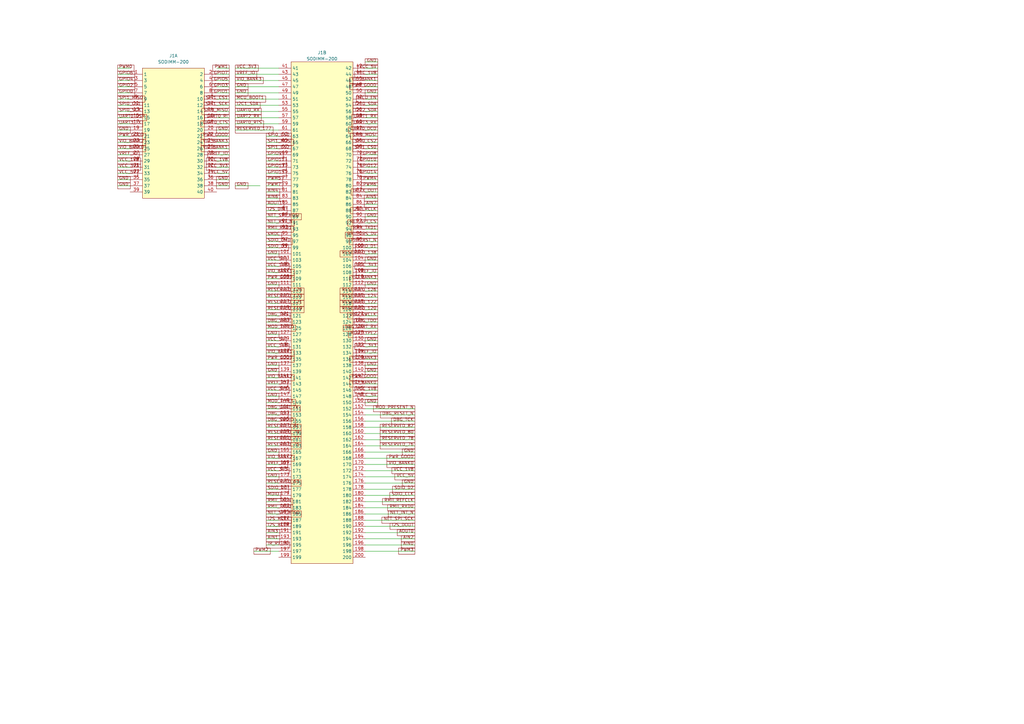
<source format=kicad_sch>
(kicad_sch (version 20250114) (generator "eeschema") (generator_version "9.0")
  (paper "A3")
  (title_block (title "UCE Bus (SO-DIMM 200)") (rev "0.4"))
  (lib_symbols
    (symbol "Connector:SODIMM-200"
      (property "Reference" "J" (at 0 1.27 0))
      (property "Value" "SODIMM-200" (at 0 -1.27 0))
      (symbol "SODIMM-200_1_1"
        (rectangle (start -12.7 25.4) (end 12.7 -27.94) (fill (type background)))
        (pin passive line (at -17.78 22.86 0) (length 5.08) (name "1") (number "1"))
        (pin passive line (at -17.78 20.32 0) (length 5.08) (name "3") (number "3"))
        (pin passive line (at -17.78 17.78 0) (length 5.08) (name "5") (number "5"))
        (pin passive line (at -17.78 15.24 0) (length 5.08) (name "7") (number "7"))
        (pin passive line (at -17.78 12.7 0) (length 5.08) (name "9") (number "9"))
        (pin passive line (at -17.78 10.16 0) (length 5.08) (name "11") (number "11"))
        (pin passive line (at -17.78 7.62 0) (length 5.08) (name "13") (number "13"))
        (pin passive line (at -17.78 5.08 0) (length 5.08) (name "15") (number "15"))
        (pin passive line (at -17.78 2.54 0) (length 5.08) (name "17") (number "17"))
        (pin passive line (at -17.78 0 0) (length 5.08) (name "19") (number "19"))
        (pin passive line (at -17.78 -2.54 0) (length 5.08) (name "21") (number "21"))
        (pin passive line (at -17.78 -5.08 0) (length 5.08) (name "23") (number "23"))
        (pin passive line (at -17.78 -7.62 0) (length 5.08) (name "25") (number "25"))
        (pin passive line (at -17.78 -10.16 0) (length 5.08) (name "27") (number "27"))
        (pin passive line (at -17.78 -12.7 0) (length 5.08) (name "29") (number "29"))
        (pin passive line (at -17.78 -15.24 0) (length 5.08) (name "31") (number "31"))
        (pin passive line (at -17.78 -17.78 0) (length 5.08) (name "33") (number "33"))
        (pin passive line (at -17.78 -20.32 0) (length 5.08) (name "35") (number "35"))
        (pin passive line (at -17.78 -22.86 0) (length 5.08) (name "37") (number "37"))
        (pin passive line (at -17.78 -25.4 0) (length 5.08) (name "39") (number "39"))
        (pin passive line (at 17.78 22.86 180) (length 5.08) (name "2") (number "2"))
        (pin passive line (at 17.78 20.32 180) (length 5.08) (name "4") (number "4"))
        (pin passive line (at 17.78 17.78 180) (length 5.08) (name "6") (number "6"))
        (pin passive line (at 17.78 15.24 180) (length 5.08) (name "8") (number "8"))
        (pin passive line (at 17.78 12.7 180) (length 5.08) (name "10") (number "10"))
        (pin passive line (at 17.78 10.16 180) (length 5.08) (name "12") (number "12"))
        (pin passive line (at 17.78 7.62 180) (length 5.08) (name "14") (number "14"))
        (pin passive line (at 17.78 5.08 180) (length 5.08) (name "16") (number "16"))
        (pin passive line (at 17.78 2.54 180) (length 5.08) (name "18") (number "18"))
        (pin passive line (at 17.78 0 180) (length 5.08) (name "20") (number "20"))
        (pin passive line (at 17.78 -2.54 180) (length 5.08) (name "22") (number "22"))
        (pin passive line (at 17.78 -5.08 180) (length 5.08) (name "24") (number "24"))
        (pin passive line (at 17.78 -7.62 180) (length 5.08) (name "26") (number "26"))
        (pin passive line (at 17.78 -10.16 180) (length 5.08) (name "28") (number "28"))
        (pin passive line (at 17.78 -12.7 180) (length 5.08) (name "30") (number "30"))
        (pin passive line (at 17.78 -15.24 180) (length 5.08) (name "32") (number "32"))
        (pin passive line (at 17.78 -17.78 180) (length 5.08) (name "34") (number "34"))
        (pin passive line (at 17.78 -20.32 180) (length 5.08) (name "36") (number "36"))
        (pin passive line (at 17.78 -22.86 180) (length 5.08) (name "38") (number "38"))
        (pin passive line (at 17.78 -25.4 180) (length 5.08) (name "40") (number "40"))
      )
      (symbol "SODIMM-200_2_1"
        (rectangle (start -12.7 -104.14) (end 12.7 101.6) (fill (type background)))
        (pin passive line (at -17.78 99.06 0) (length 5.08) (name "41") (number "41"))
        (pin passive line (at -17.78 96.52 0) (length 5.08) (name "43") (number "43"))
        (pin passive line (at -17.78 93.98 0) (length 5.08) (name "45") (number "45"))
        (pin passive line (at -17.78 91.44 0) (length 5.08) (name "47") (number "47"))
        (pin passive line (at -17.78 88.9 0) (length 5.08) (name "49") (number "49"))
        (pin passive line (at -17.78 86.36 0) (length 5.08) (name "51") (number "51"))
        (pin passive line (at -17.78 83.82 0) (length 5.08) (name "53") (number "53"))
        (pin passive line (at -17.78 81.28 0) (length 5.08) (name "55") (number "55"))
        (pin passive line (at -17.78 78.74 0) (length 5.08) (name "57") (number "57"))
        (pin passive line (at -17.78 76.2 0) (length 5.08) (name "59") (number "59"))
        (pin passive line (at -17.78 73.66 0) (length 5.08) (name "61") (number "61"))
        (pin passive line (at -17.78 71.12 0) (length 5.08) (name "63") (number "63"))
        (pin passive line (at -17.78 68.58 0) (length 5.08) (name "65") (number "65"))
        (pin passive line (at -17.78 66.04 0) (length 5.08) (name "67") (number "67"))
        (pin passive line (at -17.78 63.5 0) (length 5.08) (name "69") (number "69"))
        (pin passive line (at -17.78 60.96 0) (length 5.08) (name "71") (number "71"))
        (pin passive line (at -17.78 58.42 0) (length 5.08) (name "73") (number "73"))
        (pin passive line (at -17.78 55.88 0) (length 5.08) (name "75") (number "75"))
        (pin passive line (at -17.78 53.34 0) (length 5.08) (name "77") (number "77"))
        (pin passive line (at -17.78 50.8 0) (length 5.08) (name "79") (number "79"))
        (pin passive line (at -17.78 48.26 0) (length 5.08) (name "81") (number "81"))
        (pin passive line (at -17.78 45.72 0) (length 5.08) (name "83") (number "83"))
        (pin passive line (at -17.78 43.18 0) (length 5.08) (name "85") (number "85"))
        (pin passive line (at -17.78 40.64 0) (length 5.08) (name "87") (number "87"))
        (pin passive line (at -17.78 38.1 0) (length 5.08) (name "89") (number "89"))
        (pin passive line (at -17.78 35.56 0) (length 5.08) (name "91") (number "91"))
        (pin passive line (at -17.78 33.02 0) (length 5.08) (name "93") (number "93"))
        (pin passive line (at -17.78 30.48 0) (length 5.08) (name "95") (number "95"))
        (pin passive line (at -17.78 27.94 0) (length 5.08) (name "97") (number "97"))
        (pin passive line (at -17.78 25.4 0) (length 5.08) (name "99") (number "99"))
        (pin passive line (at -17.78 22.86 0) (length 5.08) (name "101") (number "101"))
        (pin passive line (at -17.78 20.32 0) (length 5.08) (name "103") (number "103"))
        (pin passive line (at -17.78 17.78 0) (length 5.08) (name "105") (number "105"))
        (pin passive line (at -17.78 15.24 0) (length 5.08) (name "107") (number "107"))
        (pin passive line (at -17.78 12.7 0) (length 5.08) (name "109") (number "109"))
        (pin passive line (at -17.78 10.16 0) (length 5.08) (name "111") (number "111"))
        (pin passive line (at -17.78 7.62 0) (length 5.08) (name "113") (number "113"))
        (pin passive line (at -17.78 5.08 0) (length 5.08) (name "115") (number "115"))
        (pin passive line (at -17.78 2.54 0) (length 5.08) (name "117") (number "117"))
        (pin passive line (at -17.78 0 0) (length 5.08) (name "119") (number "119"))
        (pin passive line (at -17.78 -2.54 0) (length 5.08) (name "121") (number "121"))
        (pin passive line (at -17.78 -5.08 0) (length 5.08) (name "123") (number "123"))
        (pin passive line (at -17.78 -7.62 0) (length 5.08) (name "125") (number "125"))
        (pin passive line (at -17.78 -10.16 0) (length 5.08) (name "127") (number "127"))
        (pin passive line (at -17.78 -12.7 0) (length 5.08) (name "129") (number "129"))
        (pin passive line (at -17.78 -15.24 0) (length 5.08) (name "131") (number "131"))
        (pin passive line (at -17.78 -17.78 0) (length 5.08) (name "133") (number "133"))
        (pin passive line (at -17.78 -20.32 0) (length 5.08) (name "135") (number "135"))
        (pin passive line (at -17.78 -22.86 0) (length 5.08) (name "137") (number "137"))
        (pin passive line (at -17.78 -25.4 0) (length 5.08) (name "139") (number "139"))
        (pin passive line (at -17.78 -27.94 0) (length 5.08) (name "141") (number "141"))
        (pin passive line (at -17.78 -30.48 0) (length 5.08) (name "143") (number "143"))
        (pin passive line (at -17.78 -33.02 0) (length 5.08) (name "145") (number "145"))
        (pin passive line (at -17.78 -35.56 0) (length 5.08) (name "147") (number "147"))
        (pin passive line (at -17.78 -38.1 0) (length 5.08) (name "149") (number "149"))
        (pin passive line (at -17.78 -40.64 0) (length 5.08) (name "151") (number "151"))
        (pin passive line (at -17.78 -43.18 0) (length 5.08) (name "153") (number "153"))
        (pin passive line (at -17.78 -45.72 0) (length 5.08) (name "155") (number "155"))
        (pin passive line (at -17.78 -48.26 0) (length 5.08) (name "157") (number "157"))
        (pin passive line (at -17.78 -50.8 0) (length 5.08) (name "159") (number "159"))
        (pin passive line (at -17.78 -53.34 0) (length 5.08) (name "161") (number "161"))
        (pin passive line (at -17.78 -55.88 0) (length 5.08) (name "163") (number "163"))
        (pin passive line (at -17.78 -58.42 0) (length 5.08) (name "165") (number "165"))
        (pin passive line (at -17.78 -60.96 0) (length 5.08) (name "167") (number "167"))
        (pin passive line (at -17.78 -63.5 0) (length 5.08) (name "169") (number "169"))
        (pin passive line (at -17.78 -66.04 0) (length 5.08) (name "171") (number "171"))
        (pin passive line (at -17.78 -68.58 0) (length 5.08) (name "173") (number "173"))
        (pin passive line (at -17.78 -71.12 0) (length 5.08) (name "175") (number "175"))
        (pin passive line (at -17.78 -73.66 0) (length 5.08) (name "177") (number "177"))
        (pin passive line (at -17.78 -76.2 0) (length 5.08) (name "179") (number "179"))
        (pin passive line (at -17.78 -78.74 0) (length 5.08) (name "181") (number "181"))
        (pin passive line (at -17.78 -81.28 0) (length 5.08) (name "183") (number "183"))
        (pin passive line (at -17.78 -83.82 0) (length 5.08) (name "185") (number "185"))
        (pin passive line (at -17.78 -86.36 0) (length 5.08) (name "187") (number "187"))
        (pin passive line (at -17.78 -88.9 0) (length 5.08) (name "189") (number "189"))
        (pin passive line (at -17.78 -91.44 0) (length 5.08) (name "191") (number "191"))
        (pin passive line (at -17.78 -93.98 0) (length 5.08) (name "193") (number "193"))
        (pin passive line (at -17.78 -96.52 0) (length 5.08) (name "195") (number "195"))
        (pin passive line (at -17.78 -99.06 0) (length 5.08) (name "197") (number "197"))
        (pin passive line (at -17.78 -101.6 0) (length 5.08) (name "199") (number "199"))
        (pin passive line (at 17.78 99.06 180) (length 5.08) (name "42") (number "42"))
        (pin passive line (at 17.78 96.52 180) (length 5.08) (name "44") (number "44"))
        (pin passive line (at 17.78 93.98 180) (length 5.08) (name "46") (number "46"))
        (pin passive line (at 17.78 91.44 180) (length 5.08) (name "48") (number "48"))
        (pin passive line (at 17.78 88.9 180) (length 5.08) (name "50") (number "50"))
        (pin passive line (at 17.78 86.36 180) (length 5.08) (name "52") (number "52"))
        (pin passive line (at 17.78 83.82 180) (length 5.08) (name "54") (number "54"))
        (pin passive line (at 17.78 81.28 180) (length 5.08) (name "56") (number "56"))
        (pin passive line (at 17.78 78.74 180) (length 5.08) (name "58") (number "58"))
        (pin passive line (at 17.78 76.2 180) (length 5.08) (name "60") (number "60"))
        (pin passive line (at 17.78 73.66 180) (length 5.08) (name "62") (number "62"))
        (pin passive line (at 17.78 71.12 180) (length 5.08) (name "64") (number "64"))
        (pin passive line (at 17.78 68.58 180) (length 5.08) (name "66") (number "66"))
        (pin passive line (at 17.78 66.04 180) (length 5.08) (name "68") (number "68"))
        (pin passive line (at 17.78 63.5 180) (length 5.08) (name "70") (number "70"))
        (pin passive line (at 17.78 60.96 180) (length 5.08) (name "72") (number "72"))
        (pin passive line (at 17.78 58.42 180) (length 5.08) (name "74") (number "74"))
        (pin passive line (at 17.78 55.88 180) (length 5.08) (name "76") (number "76"))
        (pin passive line (at 17.78 53.34 180) (length 5.08) (name "78") (number "78"))
        (pin passive line (at 17.78 50.8 180) (length 5.08) (name "80") (number "80"))
        (pin passive line (at 17.78 48.26 180) (length 5.08) (name "82") (number "82"))
        (pin passive line (at 17.78 45.72 180) (length 5.08) (name "84") (number "84"))
        (pin passive line (at 17.78 43.18 180) (length 5.08) (name "86") (number "86"))
        (pin passive line (at 17.78 40.64 180) (length 5.08) (name "88") (number "88"))
        (pin passive line (at 17.78 38.1 180) (length 5.08) (name "90") (number "90"))
        (pin passive line (at 17.78 35.56 180) (length 5.08) (name "92") (number "92"))
        (pin passive line (at 17.78 33.02 180) (length 5.08) (name "94") (number "94"))
        (pin passive line (at 17.78 30.48 180) (length 5.08) (name "96") (number "96"))
        (pin passive line (at 17.78 27.94 180) (length 5.08) (name "98") (number "98"))
        (pin passive line (at 17.78 25.4 180) (length 5.08) (name "100") (number "100"))
        (pin passive line (at 17.78 22.86 180) (length 5.08) (name "102") (number "102"))
        (pin passive line (at 17.78 20.32 180) (length 5.08) (name "104") (number "104"))
        (pin passive line (at 17.78 17.78 180) (length 5.08) (name "106") (number "106"))
        (pin passive line (at 17.78 15.24 180) (length 5.08) (name "108") (number "108"))
        (pin passive line (at 17.78 12.7 180) (length 5.08) (name "110") (number "110"))
        (pin passive line (at 17.78 10.16 180) (length 5.08) (name "112") (number "112"))
        (pin passive line (at 17.78 7.62 180) (length 5.08) (name "114") (number "114"))
        (pin passive line (at 17.78 5.08 180) (length 5.08) (name "116") (number "116"))
        (pin passive line (at 17.78 2.54 180) (length 5.08) (name "118") (number "118"))
        (pin passive line (at 17.78 0 180) (length 5.08) (name "120") (number "120"))
        (pin passive line (at 17.78 -2.54 180) (length 5.08) (name "122") (number "122"))
        (pin passive line (at 17.78 -5.08 180) (length 5.08) (name "124") (number "124"))
        (pin passive line (at 17.78 -7.62 180) (length 5.08) (name "126") (number "126"))
        (pin passive line (at 17.78 -10.16 180) (length 5.08) (name "128") (number "128"))
        (pin passive line (at 17.78 -12.7 180) (length 5.08) (name "130") (number "130"))
        (pin passive line (at 17.78 -15.24 180) (length 5.08) (name "132") (number "132"))
        (pin passive line (at 17.78 -17.78 180) (length 5.08) (name "134") (number "134"))
        (pin passive line (at 17.78 -20.32 180) (length 5.08) (name "136") (number "136"))
        (pin passive line (at 17.78 -22.86 180) (length 5.08) (name "138") (number "138"))
        (pin passive line (at 17.78 -25.4 180) (length 5.08) (name "140") (number "140"))
        (pin passive line (at 17.78 -27.94 180) (length 5.08) (name "142") (number "142"))
        (pin passive line (at 17.78 -30.48 180) (length 5.08) (name "144") (number "144"))
        (pin passive line (at 17.78 -33.02 180) (length 5.08) (name "146") (number "146"))
        (pin passive line (at 17.78 -35.56 180) (length 5.08) (name "148") (number "148"))
        (pin passive line (at 17.78 -38.1 180) (length 5.08) (name "150") (number "150"))
        (pin passive line (at 17.78 -40.64 180) (length 5.08) (name "152") (number "152"))
        (pin passive line (at 17.78 -43.18 180) (length 5.08) (name "154") (number "154"))
        (pin passive line (at 17.78 -45.72 180) (length 5.08) (name "156") (number "156"))
        (pin passive line (at 17.78 -48.26 180) (length 5.08) (name "158") (number "158"))
        (pin passive line (at 17.78 -50.8 180) (length 5.08) (name "160") (number "160"))
        (pin passive line (at 17.78 -53.34 180) (length 5.08) (name "162") (number "162"))
        (pin passive line (at 17.78 -55.88 180) (length 5.08) (name "164") (number "164"))
        (pin passive line (at 17.78 -58.42 180) (length 5.08) (name "166") (number "166"))
        (pin passive line (at 17.78 -60.96 180) (length 5.08) (name "168") (number "168"))
        (pin passive line (at 17.78 -63.5 180) (length 5.08) (name "170") (number "170"))
        (pin passive line (at 17.78 -66.04 180) (length 5.08) (name "172") (number "172"))
        (pin passive line (at 17.78 -68.58 180) (length 5.08) (name "174") (number "174"))
        (pin passive line (at 17.78 -71.12 180) (length 5.08) (name "176") (number "176"))
        (pin passive line (at 17.78 -73.66 180) (length 5.08) (name "178") (number "178"))
        (pin passive line (at 17.78 -76.2 180) (length 5.08) (name "180") (number "180"))
        (pin passive line (at 17.78 -78.74 180) (length 5.08) (name "182") (number "182"))
        (pin passive line (at 17.78 -81.28 180) (length 5.08) (name "184") (number "184"))
        (pin passive line (at 17.78 -83.82 180) (length 5.08) (name "186") (number "186"))
        (pin passive line (at 17.78 -86.36 180) (length 5.08) (name "188") (number "188"))
        (pin passive line (at 17.78 -88.9 180) (length 5.08) (name "190") (number "190"))
        (pin passive line (at 17.78 -91.44 180) (length 5.08) (name "192") (number "192"))
        (pin passive line (at 17.78 -93.98 180) (length 5.08) (name "194") (number "194"))
        (pin passive line (at 17.78 -96.52 180) (length 5.08) (name "196") (number "196"))
        (pin passive line (at 17.78 -99.06 180) (length 5.08) (name "198") (number "198"))
        (pin passive line (at 17.78 -101.6 180) (length 5.08) (name "200") (number "200"))
      )
    )
  )
  (wire (pts (xy 114.3 154.94) (xy 109.22 154.94)))
  (wire (pts (xy 114.3 104.14) (xy 109.22 104.14)))
  (wire (pts (xy 114.3 208.28) (xy 109.22 208.28)))
  (wire (pts (xy 88.9 33.02) (xy 93.98 33.02)))
  (wire (pts (xy 53.34 63.5) (xy 48.26 63.5)))
  (wire (pts (xy 88.9 76.2) (xy 93.98 76.2)))
  (wire (pts (xy 149.86 76.2) (xy 154.94 76.2)))
  (wire (pts (xy 149.86 91.44) (xy 154.94 91.44)))
  (wire (pts (xy 114.3 76.2) (xy 109.22 76.2)))
  (wire (pts (xy 149.86 185.42) (xy 170.18 185.42)))
  (wire (pts (xy 149.86 71.12) (xy 154.94 71.12)))
  (wire (pts (xy 114.3 213.36) (xy 109.22 213.36)))
  (wire (pts (xy 149.86 137.16) (xy 154.94 137.16)))
  (wire (pts (xy 88.9 48.26) (xy 93.98 48.26)))
  (wire (pts (xy 53.34 71.12) (xy 48.26 71.12)))
  (wire (pts (xy 149.86 50.8) (xy 154.94 50.8)))
  (wire (pts (xy 114.3 193.04) (xy 109.22 193.04)))
  (wire (pts (xy 149.86 33.02) (xy 154.94 33.02)))
  (wire (pts (xy 149.86 190.5) (xy 170.18 190.5)))
  (wire (pts (xy 53.34 40.64) (xy 48.26 40.64)))
  (wire (pts (xy 114.3 137.16) (xy 109.22 137.16)))
  (wire (pts (xy 149.86 106.68) (xy 154.94 106.68)))
  (wire (pts (xy 88.9 55.88) (xy 93.98 55.88)))
  (wire (pts (xy 149.86 99.06) (xy 154.94 99.06)))
  (wire (pts (xy 114.3 223.52) (xy 109.22 223.52)))
  (wire (pts (xy 88.9 58.42) (xy 93.98 58.42)))
  (wire (pts (xy 114.3 175.26) (xy 109.22 175.26)))
  (wire (pts (xy 114.3 33.02) (xy 96.52 33.02)))
  (wire (pts (xy 114.3 180.34) (xy 109.22 180.34)))
  (wire (pts (xy 114.3 38.1) (xy 96.52 38.1)))
  (wire (pts (xy 149.86 144.78) (xy 154.94 144.78)))
  (wire (pts (xy 149.86 187.96) (xy 170.18 187.96)))
  (wire (pts (xy 114.3 111.76) (xy 109.22 111.76)))
  (wire (pts (xy 114.3 144.78) (xy 109.22 144.78)))
  (wire (pts (xy 114.3 73.66) (xy 109.22 73.66)))
  (wire (pts (xy 149.86 121.92) (xy 154.94 121.92)))
  (wire (pts (xy 88.9 40.64) (xy 93.98 40.64)))
  (wire (pts (xy 114.3 58.42) (xy 109.22 58.42)))
  (wire (pts (xy 114.3 195.58) (xy 109.22 195.58)))
  (wire (pts (xy 114.3 170.18) (xy 109.22 170.18)))
  (wire (pts (xy 149.86 160.02) (xy 154.94 160.02)))
  (wire (pts (xy 114.3 116.84) (xy 109.22 116.84)))
  (wire (pts (xy 53.34 43.18) (xy 48.26 43.18)))
  (wire (pts (xy 114.3 127) (xy 109.22 127)))
  (wire (pts (xy 149.86 81.28) (xy 154.94 81.28)))
  (wire (pts (xy 114.3 200.66) (xy 109.22 200.66)))
  (wire (pts (xy 114.3 68.58) (xy 109.22 68.58)))
  (wire (pts (xy 114.3 81.28) (xy 109.22 81.28)))
  (wire (pts (xy 149.86 129.54) (xy 154.94 129.54)))
  (wire (pts (xy 114.3 78.74) (xy 109.22 78.74)))
  (wire (pts (xy 114.3 203.2) (xy 109.22 203.2)))
  (wire (pts (xy 149.86 124.46) (xy 154.94 124.46)))
  (wire (pts (xy 114.3 96.52) (xy 109.22 96.52)))
  (wire (pts (xy 88.9 63.5) (xy 93.98 63.5)))
  (wire (pts (xy 149.86 142.24) (xy 154.94 142.24)))
  (wire (pts (xy 53.34 45.72) (xy 48.26 45.72)))
  (wire (pts (xy 149.86 208.28) (xy 170.18 208.28)))
  (wire (pts (xy 149.86 132.08) (xy 154.94 132.08)))
  (wire (pts (xy 149.86 195.58) (xy 170.18 195.58)))
  (wire (pts (xy 149.86 182.88) (xy 170.18 182.88)))
  (wire (pts (xy 114.3 86.36) (xy 109.22 86.36)))
  (wire (pts (xy 114.3 152.4) (xy 109.22 152.4)))
  (wire (pts (xy 114.3 160.02) (xy 109.22 160.02)))
  (wire (pts (xy 149.86 55.88) (xy 154.94 55.88)))
  (wire (pts (xy 53.34 76.2) (xy 48.26 76.2)))
  (wire (pts (xy 88.9 30.48) (xy 93.98 30.48)))
  (wire (pts (xy 149.86 78.74) (xy 154.94 78.74)))
  (wire (pts (xy 114.3 50.8) (xy 96.52 50.8)))
  (wire (pts (xy 53.34 30.48) (xy 48.26 30.48)))
  (wire (pts (xy 149.86 58.42) (xy 154.94 58.42)))
  (wire (pts (xy 114.3 147.32) (xy 109.22 147.32)))
  (wire (pts (xy 114.3 157.48) (xy 109.22 157.48)))
  (wire (pts (xy 114.3 93.98) (xy 109.22 93.98)))
  (wire (pts (xy 53.34 38.1) (xy 48.26 38.1)))
  (wire (pts (xy 88.9 60.96) (xy 93.98 60.96)))
  (wire (pts (xy 114.3 106.68) (xy 109.22 106.68)))
  (wire (pts (xy 114.3 139.7) (xy 109.22 139.7)))
  (wire (pts (xy 114.3 210.82) (xy 109.22 210.82)))
  (wire (pts (xy 114.3 53.34) (xy 96.52 53.34)))
  (wire (pts (xy 53.34 50.8) (xy 48.26 50.8)))
  (wire (pts (xy 106.68 76.2) (xy 96.52 76.2)))
  (wire (pts (xy 53.34 33.02) (xy 48.26 33.02)))
  (wire (pts (xy 114.3 172.72) (xy 109.22 172.72)))
  (wire (pts (xy 53.34 60.96) (xy 48.26 60.96)))
  (wire (pts (xy 149.86 198.12) (xy 170.18 198.12)))
  (wire (pts (xy 149.86 139.7) (xy 154.94 139.7)))
  (wire (pts (xy 88.9 43.18) (xy 93.98 43.18)))
  (wire (pts (xy 114.3 114.3) (xy 109.22 114.3)))
  (wire (pts (xy 149.86 66.04) (xy 154.94 66.04)))
  (wire (pts (xy 114.3 121.92) (xy 109.22 121.92)))
  (wire (pts (xy 114.3 205.74) (xy 109.22 205.74)))
  (wire (pts (xy 88.9 66.04) (xy 93.98 66.04)))
  (wire (pts (xy 88.9 50.8) (xy 93.98 50.8)))
  (wire (pts (xy 114.3 182.88) (xy 109.22 182.88)))
  (wire (pts (xy 53.34 66.04) (xy 48.26 66.04)))
  (wire (pts (xy 149.86 38.1) (xy 154.94 38.1)))
  (wire (pts (xy 114.3 142.24) (xy 109.22 142.24)))
  (wire (pts (xy 149.86 93.98) (xy 154.94 93.98)))
  (wire (pts (xy 114.3 220.98) (xy 109.22 220.98)))
  (wire (pts (xy 149.86 35.56) (xy 154.94 35.56)))
  (wire (pts (xy 149.86 43.18) (xy 154.94 43.18)))
  (wire (pts (xy 53.34 58.42) (xy 48.26 58.42)))
  (wire (pts (xy 114.3 129.54) (xy 109.22 129.54)))
  (wire (pts (xy 149.86 27.94) (xy 154.94 27.94)))
  (wire (pts (xy 114.3 91.44) (xy 109.22 91.44)))
  (wire (pts (xy 114.3 101.6) (xy 109.22 101.6)))
  (wire (pts (xy 53.34 53.34) (xy 48.26 53.34)))
  (wire (pts (xy 149.86 96.52) (xy 154.94 96.52)))
  (wire (pts (xy 149.86 172.72) (xy 170.18 172.72)))
  (wire (pts (xy 149.86 88.9) (xy 154.94 88.9)))
  (wire (pts (xy 114.3 88.9) (xy 109.22 88.9)))
  (wire (pts (xy 149.86 147.32) (xy 154.94 147.32)))
  (wire (pts (xy 114.3 35.56) (xy 96.52 35.56)))
  (wire (pts (xy 149.86 73.66) (xy 154.94 73.66)))
  (wire (pts (xy 88.9 53.34) (xy 93.98 53.34)))
  (wire (pts (xy 53.34 73.66) (xy 48.26 73.66)))
  (wire (pts (xy 149.86 203.2) (xy 170.18 203.2)))
  (wire (pts (xy 114.3 165.1) (xy 109.22 165.1)))
  (wire (pts (xy 149.86 30.48) (xy 154.94 30.48)))
  (wire (pts (xy 114.3 48.26) (xy 96.52 48.26)))
  (wire (pts (xy 53.34 48.26) (xy 48.26 48.26)))
  (wire (pts (xy 114.3 43.18) (xy 96.52 43.18)))
  (wire (pts (xy 149.86 116.84) (xy 154.94 116.84)))
  (wire (pts (xy 149.86 119.38) (xy 154.94 119.38)))
  (wire (pts (xy 114.3 226.06) (xy 104.14 226.06)))
  (wire (pts (xy 149.86 218.44) (xy 170.18 218.44)))
  (wire (pts (xy 88.9 68.58) (xy 93.98 68.58)))
  (wire (pts (xy 149.86 210.82) (xy 170.18 210.82)))
  (wire (pts (xy 114.3 124.46) (xy 109.22 124.46)))
  (wire (pts (xy 114.3 190.5) (xy 109.22 190.5)))
  (wire (pts (xy 114.3 119.38) (xy 109.22 119.38)))
  (wire (pts (xy 149.86 68.58) (xy 154.94 68.58)))
  (wire (pts (xy 149.86 40.64) (xy 154.94 40.64)))
  (wire (pts (xy 114.3 149.86) (xy 109.22 149.86)))
  (wire (pts (xy 114.3 83.82) (xy 109.22 83.82)))
  (wire (pts (xy 149.86 53.34) (xy 154.94 53.34)))
  (wire (pts (xy 114.3 132.08) (xy 109.22 132.08)))
  (wire (pts (xy 114.3 40.64) (xy 96.52 40.64)))
  (wire (pts (xy 149.86 157.48) (xy 154.94 157.48)))
  (wire (pts (xy 149.86 25.4) (xy 154.94 25.4)))
  (wire (pts (xy 114.3 162.56) (xy 109.22 162.56)))
  (wire (pts (xy 88.9 27.94) (xy 93.98 27.94)))
  (wire (pts (xy 149.86 170.18) (xy 170.18 170.18)))
  (wire (pts (xy 149.86 149.86) (xy 154.94 149.86)))
  (wire (pts (xy 149.86 175.26) (xy 170.18 175.26)))
  (wire (pts (xy 149.86 223.52) (xy 170.18 223.52)))
  (wire (pts (xy 114.3 45.72) (xy 96.52 45.72)))
  (wire (pts (xy 114.3 99.06) (xy 109.22 99.06)))
  (wire (pts (xy 114.3 177.8) (xy 109.22 177.8)))
  (wire (pts (xy 114.3 218.44) (xy 109.22 218.44)))
  (wire (pts (xy 114.3 66.04) (xy 109.22 66.04)))
  (wire (pts (xy 149.86 180.34) (xy 170.18 180.34)))
  (wire (pts (xy 114.3 109.22) (xy 109.22 109.22)))
  (wire (pts (xy 114.3 187.96) (xy 109.22 187.96)))
  (wire (pts (xy 149.86 114.3) (xy 154.94 114.3)))
  (wire (pts (xy 88.9 71.12) (xy 93.98 71.12)))
  (wire (pts (xy 114.3 134.62) (xy 109.22 134.62)))
  (wire (pts (xy 149.86 83.82) (xy 154.94 83.82)))
  (wire (pts (xy 149.86 45.72) (xy 154.94 45.72)))
  (wire (pts (xy 53.34 55.88) (xy 48.26 55.88)))
  (wire (pts (xy 149.86 200.66) (xy 170.18 200.66)))
  (wire (pts (xy 149.86 162.56) (xy 154.94 162.56)))
  (wire (pts (xy 149.86 101.6) (xy 154.94 101.6)))
  (wire (pts (xy 149.86 60.96) (xy 154.94 60.96)))
  (wire (pts (xy 149.86 205.74) (xy 170.18 205.74)))
  (wire (pts (xy 53.34 68.58) (xy 48.26 68.58)))
  (wire (pts (xy 114.3 30.48) (xy 96.52 30.48)))
  (wire (pts (xy 149.86 109.22) (xy 154.94 109.22)))
  (wire (pts (xy 114.3 215.9) (xy 109.22 215.9)))
  (wire (pts (xy 149.86 177.8) (xy 170.18 177.8)))
  (wire (pts (xy 53.34 35.56) (xy 48.26 35.56)))
  (wire (pts (xy 149.86 154.94) (xy 154.94 154.94)))
  (wire (pts (xy 149.86 167.64) (xy 170.18 167.64)))
  (wire (pts (xy 114.3 185.42) (xy 109.22 185.42)))
  (wire (pts (xy 149.86 134.62) (xy 154.94 134.62)))
  (wire (pts (xy 114.3 55.88) (xy 109.22 55.88)))
  (wire (pts (xy 114.3 60.96) (xy 109.22 60.96)))
  (wire (pts (xy 88.9 35.56) (xy 93.98 35.56)))
  (wire (pts (xy 88.9 45.72) (xy 93.98 45.72)))
  (wire (pts (xy 149.86 213.36) (xy 170.18 213.36)))
  (wire (pts (xy 149.86 152.4) (xy 154.94 152.4)))
  (wire (pts (xy 149.86 48.26) (xy 154.94 48.26)))
  (wire (pts (xy 88.9 73.66) (xy 93.98 73.66)))
  (wire (pts (xy 114.3 71.12) (xy 109.22 71.12)))
  (wire (pts (xy 114.3 27.94) (xy 96.52 27.94)))
  (wire (pts (xy 53.34 27.94) (xy 48.26 27.94)))
  (wire (pts (xy 149.86 86.36) (xy 154.94 86.36)))
  (wire (pts (xy 149.86 127) (xy 154.94 127)))
  (wire (pts (xy 114.3 63.5) (xy 109.22 63.5)))
  (wire (pts (xy 149.86 165.1) (xy 154.94 165.1)))
  (wire (pts (xy 149.86 104.14) (xy 154.94 104.14)))
  (wire (pts (xy 149.86 215.9) (xy 170.18 215.9)))
  (wire (pts (xy 149.86 226.06) (xy 170.18 226.06)))
  (wire (pts (xy 114.3 198.12) (xy 109.22 198.12)))
  (wire (pts (xy 149.86 193.04) (xy 170.18 193.04)))
  (wire (pts (xy 114.3 167.64) (xy 109.22 167.64)))
  (wire (pts (xy 149.86 220.98) (xy 170.18 220.98)))
  (wire (pts (xy 88.9 38.1) (xy 93.98 38.1)))
  (wire (pts (xy 149.86 63.5) (xy 154.94 63.5)))
  (wire (pts (xy 149.86 111.76) (xy 154.94 111.76)))
  (global_label "SDIO_D0" (shape passive) (at 109.22 200.66 0) (property "Intersheetrefs" "${INTERSHEET_REFS}" (effects (hide yes))))
  (global_label "AOUT0" (shape passive) (at 170.18 218.44 180) (property "Intersheetrefs" "${INTERSHEET_REFS}" (effects (hide yes))))
  (global_label "DBG_UART_RX" (shape passive) (at 154.94 134.62 180) (property "Intersheetrefs" "${INTERSHEET_REFS}" (effects (hide yes))))
  (global_label "RESERVED_119" (shape passive) (at 109.22 127 0) (property "Intersheetrefs" "${INTERSHEET_REFS}" (effects (hide yes))))
  (global_label "VCC_1V8" (shape passive) (at 48.26 66.04 0) (property "Intersheetrefs" "${INTERSHEET_REFS}" (effects (hide yes))))
  (global_label "VREF_IO" (shape passive) (at 109.22 157.48 0) (property "Intersheetrefs" "${INTERSHEET_REFS}" (effects (hide yes))))
  (global_label "UART0_RX" (shape passive) (at 96.52 45.72 0) (property "Intersheetrefs" "${INTERSHEET_REFS}" (effects (hide yes))))
  (global_label "AIN1" (shape passive) (at 109.22 220.98 0) (property "Intersheetrefs" "${INTERSHEET_REFS}" (effects (hide yes))))
  (global_label "VIO_BANK1" (shape passive) (at 154.94 33.02 180) (property "Intersheetrefs" "${INTERSHEET_REFS}" (effects (hide yes))))
  (global_label "MOD_PRESENT_N" (shape passive) (at 170.18 167.64 180) (property "Intersheetrefs" "${INTERSHEET_REFS}" (effects (hide yes))))
  (global_label "RESERVED_121" (shape passive) (at 109.22 124.46 0) (property "Intersheetrefs" "${INTERSHEET_REFS}" (effects (hide yes))))
  (global_label "NET_RST_N" (shape passive) (at 109.22 91.44 0) (property "Intersheetrefs" "${INTERSHEET_REFS}" (effects (hide yes))))
  (global_label "VIO_BANK1" (shape passive) (at 109.22 144.78 0) (property "Intersheetrefs" "${INTERSHEET_REFS}" (effects (hide yes))))
  (global_label "PWR_GOOD" (shape passive) (at 93.98 55.88 180) (property "Intersheetrefs" "${INTERSHEET_REFS}" (effects (hide yes))))
  (global_label "UART0_DSR" (shape passive) (at 48.26 48.26 0) (property "Intersheetrefs" "${INTERSHEET_REFS}" (effects (hide yes))))
  (global_label "RESERVED_138" (shape passive) (at 154.94 104.14 180) (property "Intersheetrefs" "${INTERSHEET_REFS}" (effects (hide yes))))
  (global_label "DBG_TMS" (shape passive) (at 109.22 129.54 0) (property "Intersheetrefs" "${INTERSHEET_REFS}" (effects (hide yes))))
  (global_label "MCU_BOOT1" (shape passive) (at 96.52 40.64 0) (property "Intersheetrefs" "${INTERSHEET_REFS}" (effects (hide yes))))
  (global_label "RESERVED_76" (shape passive) (at 170.18 182.88 180) (property "Intersheetrefs" "${INTERSHEET_REFS}" (effects (hide yes))))
  (global_label "AIN3" (shape passive) (at 109.22 218.44 0) (property "Intersheetrefs" "${INTERSHEET_REFS}" (effects (hide yes))))
  (global_label "DBG_UART_TX" (shape passive) (at 109.22 167.64 0) (property "Intersheetrefs" "${INTERSHEET_REFS}" (effects (hide yes))))
  (global_label "AIN7" (shape passive) (at 154.94 83.82 180) (property "Intersheetrefs" "${INTERSHEET_REFS}" (effects (hide yes))))
  (global_label "NET_INT_N" (shape passive) (at 170.18 210.82 180) (property "Intersheetrefs" "${INTERSHEET_REFS}" (effects (hide yes))))
  (global_label "AIN6" (shape passive) (at 109.22 81.28 0) (property "Intersheetrefs" "${INTERSHEET_REFS}" (effects (hide yes))))
  (global_label "RESERVED_80" (shape passive) (at 170.18 177.8 180) (property "Intersheetrefs" "${INTERSHEET_REFS}" (effects (hide yes))))
  (global_label "GND" (shape passive) (at 48.26 53.34 0) (property "Intersheetrefs" "${INTERSHEET_REFS}" (effects (hide yes))))
  (global_label "DBG_TDI" (shape passive) (at 109.22 170.18 0) (property "Intersheetrefs" "${INTERSHEET_REFS}" (effects (hide yes))))
  (global_label "SPI0_CS0" (shape passive) (at 109.22 55.88 0) (property "Intersheetrefs" "${INTERSHEET_REFS}" (effects (hide yes))))
  (global_label "UART0_RI" (shape passive) (at 93.98 48.26 180) (property "Intersheetrefs" "${INTERSHEET_REFS}" (effects (hide yes))))
  (global_label "RESERVED_63" (shape passive) (at 109.22 198.12 0) (property "Intersheetrefs" "${INTERSHEET_REFS}" (effects (hide yes))))
  (global_label "GND" (shape passive) (at 154.94 149.86 180) (property "Intersheetrefs" "${INTERSHEET_REFS}" (effects (hide yes))))
  (global_label "GND" (shape passive) (at 48.26 76.2 0) (property "Intersheetrefs" "${INTERSHEET_REFS}" (effects (hide yes))))
  (global_label "VIO_BANK1" (shape passive) (at 109.22 111.76 0) (property "Intersheetrefs" "${INTERSHEET_REFS}" (effects (hide yes))))
  (global_label "GPIO5" (shape passive) (at 93.98 33.02 180) (property "Intersheetrefs" "${INTERSHEET_REFS}" (effects (hide yes))))
  (global_label "GPIO8" (shape passive) (at 154.94 63.5 180) (property "Intersheetrefs" "${INTERSHEET_REFS}" (effects (hide yes))))
  (global_label "VCC_3V3" (shape passive) (at 93.98 68.58 180) (property "Intersheetrefs" "${INTERSHEET_REFS}" (effects (hide yes))))
  (global_label "GND" (shape passive) (at 96.52 35.56 0) (property "Intersheetrefs" "${INTERSHEET_REFS}" (effects (hide yes))))
  (global_label "SDIO_D1" (shape passive) (at 154.94 101.6 180) (property "Intersheetrefs" "${INTERSHEET_REFS}" (effects (hide yes))))
  (global_label "DBG_VREF" (shape passive) (at 109.22 132.08 0) (property "Intersheetrefs" "${INTERSHEET_REFS}" (effects (hide yes))))
  (global_label "VIO_BANK3" (shape passive) (at 154.94 114.3 180) (property "Intersheetrefs" "${INTERSHEET_REFS}" (effects (hide yes))))
  (global_label "VCC_5V" (shape passive) (at 93.98 71.12 180) (property "Intersheetrefs" "${INTERSHEET_REFS}" (effects (hide yes))))
  (global_label "PWM6" (shape passive) (at 154.94 76.2 180) (property "Intersheetrefs" "${INTERSHEET_REFS}" (effects (hide yes))))
  (global_label "VIO_BANK2" (shape passive) (at 48.26 58.42 0) (property "Intersheetrefs" "${INTERSHEET_REFS}" (effects (hide yes))))
  (global_label "GND" (shape passive) (at 109.22 116.84 0) (property "Intersheetrefs" "${INTERSHEET_REFS}" (effects (hide yes))))
  (global_label "VREF_IO" (shape passive) (at 109.22 190.5 0) (property "Intersheetrefs" "${INTERSHEET_REFS}" (effects (hide yes))))
  (global_label "VCC_3V3" (shape passive) (at 154.94 142.24 180) (property "Intersheetrefs" "${INTERSHEET_REFS}" (effects (hide yes))))
  (global_label "PWR_GOOD" (shape passive) (at 170.18 187.96 180) (property "Intersheetrefs" "${INTERSHEET_REFS}" (effects (hide yes))))
  (global_label "AIN4" (shape passive) (at 109.22 78.74 0) (property "Intersheetrefs" "${INTERSHEET_REFS}" (effects (hide yes))))
  (global_label "SPI1_SCK" (shape passive) (at 93.98 43.18 180) (property "Intersheetrefs" "${INTERSHEET_REFS}" (effects (hide yes))))
  (global_label "VIO_BANK3" (shape passive) (at 96.52 33.02 0) (property "Intersheetrefs" "${INTERSHEET_REFS}" (effects (hide yes))))
  (global_label "VCC_5V" (shape passive) (at 48.26 71.12 0) (property "Intersheetrefs" "${INTERSHEET_REFS}" (effects (hide yes))))
  (global_label "I2S_DOUT" (shape passive) (at 170.18 215.9 180) (property "Intersheetrefs" "${INTERSHEET_REFS}" (effects (hide yes))))
  (global_label "GND" (shape passive) (at 109.22 185.42 0) (property "Intersheetrefs" "${INTERSHEET_REFS}" (effects (hide yes))))
  (global_label "GND" (shape passive) (at 154.94 38.1 180) (property "Intersheetrefs" "${INTERSHEET_REFS}" (effects (hide yes))))
  (global_label "MOD_TYPE1" (shape passive) (at 109.22 165.1 0) (property "Intersheetrefs" "${INTERSHEET_REFS}" (effects (hide yes))))
  (global_label "SDIO_D3" (shape passive) (at 109.22 101.6 0) (property "Intersheetrefs" "${INTERSHEET_REFS}" (effects (hide yes))))
  (global_label "GPIO13" (shape passive) (at 109.22 68.58 0) (property "Intersheetrefs" "${INTERSHEET_REFS}" (effects (hide yes))))
  (global_label "AIN5" (shape passive) (at 154.94 81.28 180) (property "Intersheetrefs" "${INTERSHEET_REFS}" (effects (hide yes))))
  (global_label "MOD_TYPE2" (shape passive) (at 154.94 137.16 180) (property "Intersheetrefs" "${INTERSHEET_REFS}" (effects (hide yes))))
  (global_label "PWM7" (shape passive) (at 109.22 76.2 0) (property "Intersheetrefs" "${INTERSHEET_REFS}" (effects (hide yes))))
  (global_label "GND" (shape passive) (at 154.94 165.1 180) (property "Intersheetrefs" "${INTERSHEET_REFS}" (effects (hide yes))))
  (global_label "SPI0_SCK" (shape passive) (at 48.26 45.72 0) (property "Intersheetrefs" "${INTERSHEET_REFS}" (effects (hide yes))))
  (global_label "VCC_1V8" (shape passive) (at 109.22 109.22 0) (property "Intersheetrefs" "${INTERSHEET_REFS}" (effects (hide yes))))
  (global_label "GPIO0" (shape passive) (at 48.26 38.1 0) (property "Intersheetrefs" "${INTERSHEET_REFS}" (effects (hide yes))))
  (global_label "GND" (shape passive) (at 48.26 73.66 0) (property "Intersheetrefs" "${INTERSHEET_REFS}" (effects (hide yes))))
  (global_label "NET_SPI_MOSI" (shape passive) (at 109.22 88.9 0) (property "Intersheetrefs" "${INTERSHEET_REFS}" (effects (hide yes))))
  (global_label "PWM1" (shape passive) (at 93.98 27.94 180) (property "Intersheetrefs" "${INTERSHEET_REFS}" (effects (hide yes))))
  (global_label "UART1_RX" (shape passive) (at 154.94 48.26 180) (property "Intersheetrefs" "${INTERSHEET_REFS}" (effects (hide yes))))
  (global_label "I2C1_SDA" (shape passive) (at 96.52 43.18 0) (property "Intersheetrefs" "${INTERSHEET_REFS}" (effects (hide yes))))
  (global_label "GPIO4" (shape passive) (at 48.26 33.02 0) (property "Intersheetrefs" "${INTERSHEET_REFS}" (effects (hide yes))))
  (global_label "GND" (shape passive) (at 93.98 73.66 180) (property "Intersheetrefs" "${INTERSHEET_REFS}" (effects (hide yes))))
  (global_label "SPI1_MISO" (shape passive) (at 48.26 40.64 0) (property "Intersheetrefs" "${INTERSHEET_REFS}" (effects (hide yes))))
  (global_label "VIO_BANK0" (shape passive) (at 154.94 157.48 180) (property "Intersheetrefs" "${INTERSHEET_REFS}" (effects (hide yes))))
  (global_label "RMII_CRS_DV" (shape passive) (at 154.94 96.52 180) (property "Intersheetrefs" "${INTERSHEET_REFS}" (effects (hide yes))))
  (global_label "MCU_EN" (shape passive) (at 154.94 40.64 180) (property "Intersheetrefs" "${INTERSHEET_REFS}" (effects (hide yes))))
  (global_label "SPI0_CS1" (shape passive) (at 48.26 43.18 0) (property "Intersheetrefs" "${INTERSHEET_REFS}" (effects (hide yes))))
  (global_label "sMDC" (shape passive) (at 109.22 96.52 0) (property "Intersheetrefs" "${INTERSHEET_REFS}" (effects (hide yes))))
  (global_label "GND" (shape passive) (at 109.22 104.14 0) (property "Intersheetrefs" "${INTERSHEET_REFS}" (effects (hide yes))))
  (global_label "SDIO_D2" (shape passive) (at 170.18 200.66 180) (property "Intersheetrefs" "${INTERSHEET_REFS}" (effects (hide yes))))
  (global_label "GPIO9" (shape passive) (at 109.22 63.5 0) (property "Intersheetrefs" "${INTERSHEET_REFS}" (effects (hide yes))))
  (global_label "GND" (shape passive) (at 109.22 137.16 0) (property "Intersheetrefs" "${INTERSHEET_REFS}" (effects (hide yes))))
  (global_label "NET_SPI_MISO" (shape passive) (at 109.22 210.82 0) (property "Intersheetrefs" "${INTERSHEET_REFS}" (effects (hide yes))))
  (global_label "AIN0" (shape passive) (at 170.18 223.52 180) (property "Intersheetrefs" "${INTERSHEET_REFS}" (effects (hide yes))))
  (global_label "DBG_RESET_N" (shape passive) (at 170.18 170.18 180) (property "Intersheetrefs" "${INTERSHEET_REFS}" (effects (hide yes))))
  (global_label "VIO_BANK1" (shape passive) (at 93.98 60.96 180) (property "Intersheetrefs" "${INTERSHEET_REFS}" (effects (hide yes))))
  (global_label "UART2_RX" (shape passive) (at 96.52 48.26 0) (property "Intersheetrefs" "${INTERSHEET_REFS}" (effects (hide yes))))
  (global_label "SDIO_CMD" (shape passive) (at 109.22 99.06 0) (property "Intersheetrefs" "${INTERSHEET_REFS}" (effects (hide yes))))
  (global_label "RESERVED_177" (shape passive) (at 96.52 53.34 0) (property "Intersheetrefs" "${INTERSHEET_REFS}" (effects (hide yes))))
  (global_label "AOUT1" (shape passive) (at 109.22 83.82 0) (property "Intersheetrefs" "${INTERSHEET_REFS}" (effects (hide yes))))
  (global_label "UART3_TX" (shape passive) (at 48.26 50.8 0) (property "Intersheetrefs" "${INTERSHEET_REFS}" (effects (hide yes))))
  (global_label "DBG_SWCLK" (shape passive) (at 154.94 129.54 180) (property "Intersheetrefs" "${INTERSHEET_REFS}" (effects (hide yes))))
  (global_label "GND" (shape passive) (at 109.22 162.56 0) (property "Intersheetrefs" "${INTERSHEET_REFS}" (effects (hide yes))))
  (global_label "UART0_RTS" (shape passive) (at 96.52 50.8 0) (property "Intersheetrefs" "${INTERSHEET_REFS}" (effects (hide yes))))
  (global_label "RESERVED_79" (shape passive) (at 109.22 177.8 0) (property "Intersheetrefs" "${INTERSHEET_REFS}" (effects (hide yes))))
  (global_label "AIN2" (shape passive) (at 170.18 220.98 180) (property "Intersheetrefs" "${INTERSHEET_REFS}" (effects (hide yes))))
  (global_label "VCC_3V3" (shape passive) (at 109.22 193.04 0) (property "Intersheetrefs" "${INTERSHEET_REFS}" (effects (hide yes))))
  (global_label "GND" (shape passive) (at 154.94 139.7 180) (property "Intersheetrefs" "${INTERSHEET_REFS}" (effects (hide yes))))
  (global_label "PWR_GOOD" (shape passive) (at 154.94 154.94 180) (property "Intersheetrefs" "${INTERSHEET_REFS}" (effects (hide yes))))
  (global_label "PWM2" (shape passive) (at 104.14 226.06 0) (property "Intersheetrefs" "${INTERSHEET_REFS}" (effects (hide yes))))
  (global_label "SPI1_CS1" (shape passive) (at 93.98 40.64 180) (property "Intersheetrefs" "${INTERSHEET_REFS}" (effects (hide yes))))
  (global_label "GPIO14" (shape passive) (at 154.94 71.12 180) (property "Intersheetrefs" "${INTERSHEET_REFS}" (effects (hide yes))))
  (global_label "VREF_IO" (shape passive) (at 48.26 63.5 0) (property "Intersheetrefs" "${INTERSHEET_REFS}" (effects (hide yes))))
  (global_label "VCC_3V3" (shape passive) (at 109.22 160.02 0) (property "Intersheetrefs" "${INTERSHEET_REFS}" (effects (hide yes))))
  (global_label "PWR_GOOD" (shape passive) (at 154.94 35.56 180) (property "Intersheetrefs" "${INTERSHEET_REFS}" (effects (hide yes))))
  (global_label "I2S_DIN" (shape passive) (at 109.22 86.36 0) (property "Intersheetrefs" "${INTERSHEET_REFS}" (effects (hide yes))))
  (global_label "VCC_5V" (shape passive) (at 154.94 27.94 180) (property "Intersheetrefs" "${INTERSHEET_REFS}" (effects (hide yes))))
  (global_label "UART0_CTS" (shape passive) (at 93.98 50.8 180) (property "Intersheetrefs" "${INTERSHEET_REFS}" (effects (hide yes))))
  (global_label "GND" (shape passive) (at 96.52 38.1 0) (property "Intersheetrefs" "${INTERSHEET_REFS}" (effects (hide yes))))
  (global_label "VREF_IO" (shape passive) (at 96.52 30.48 0) (property "Intersheetrefs" "${INTERSHEET_REFS}" (effects (hide yes))))
  (global_label "DBG_SWDIO" (shape passive) (at 109.22 172.72 0) (property "Intersheetrefs" "${INTERSHEET_REFS}" (effects (hide yes))))
  (global_label "VCC_1V8" (shape passive) (at 93.98 66.04 180) (property "Intersheetrefs" "${INTERSHEET_REFS}" (effects (hide yes))))
  (global_label "RESERVED_82" (shape passive) (at 170.18 175.26 180) (property "Intersheetrefs" "${INTERSHEET_REFS}" (effects (hide yes))))
  (global_label "GND" (shape passive) (at 154.94 88.9 180) (property "Intersheetrefs" "${INTERSHEET_REFS}" (effects (hide yes))))
  (global_label "I2C2_SDA" (shape passive) (at 154.94 45.72 180) (property "Intersheetrefs" "${INTERSHEET_REFS}" (effects (hide yes))))
  (global_label "GPIO12" (shape passive) (at 154.94 68.58 180) (property "Intersheetrefs" "${INTERSHEET_REFS}" (effects (hide yes))))
  (global_label "UART0_DCD" (shape passive) (at 154.94 53.34 180) (property "Intersheetrefs" "${INTERSHEET_REFS}" (effects (hide yes))))
  (global_label "PWM0" (shape passive) (at 48.26 27.94 0) (property "Intersheetrefs" "${INTERSHEET_REFS}" (effects (hide yes))))
  (global_label "VIO_BANK3" (shape passive) (at 93.98 58.42 180) (property "Intersheetrefs" "${INTERSHEET_REFS}" (effects (hide yes))))
  (global_label "SPI1_CS2" (shape passive) (at 109.22 60.96 0) (property "Intersheetrefs" "${INTERSHEET_REFS}" (effects (hide yes))))
  (global_label "UART3_RX" (shape passive) (at 154.94 50.8 180) (property "Intersheetrefs" "${INTERSHEET_REFS}" (effects (hide yes))))
  (global_label "RESERVED_77" (shape passive) (at 109.22 180.34 0) (property "Intersheetrefs" "${INTERSHEET_REFS}" (effects (hide yes))))
  (global_label "RESERVED_125" (shape passive) (at 109.22 119.38 0) (property "Intersheetrefs" "${INTERSHEET_REFS}" (effects (hide yes))))
  (global_label "VREF_IO" (shape passive) (at 154.94 111.76 180) (property "Intersheetrefs" "${INTERSHEET_REFS}" (effects (hide yes))))
  (global_label "GPIO2" (shape passive) (at 48.26 35.56 0) (property "Intersheetrefs" "${INTERSHEET_REFS}" (effects (hide yes))))
  (global_label "SPI1_MOSI" (shape passive) (at 109.22 58.42 0) (property "Intersheetrefs" "${INTERSHEET_REFS}" (effects (hide yes))))
  (global_label "VCC_1V8" (shape passive) (at 170.18 193.04 180) (property "Intersheetrefs" "${INTERSHEET_REFS}" (effects (hide yes))))
  (global_label "IR_RX_IN" (shape passive) (at 109.22 223.52 0) (property "Intersheetrefs" "${INTERSHEET_REFS}" (effects (hide yes))))
  (global_label "VCC_1V8" (shape passive) (at 154.94 160.02 180) (property "Intersheetrefs" "${INTERSHEET_REFS}" (effects (hide yes))))
  (global_label "SPI0_MOSI" (shape passive) (at 154.94 55.88 180) (property "Intersheetrefs" "${INTERSHEET_REFS}" (effects (hide yes))))
  (global_label "VCC_3V3" (shape passive) (at 48.26 68.58 0) (property "Intersheetrefs" "${INTERSHEET_REFS}" (effects (hide yes))))
  (global_label "PWM5" (shape passive) (at 109.22 73.66 0) (property "Intersheetrefs" "${INTERSHEET_REFS}" (effects (hide yes))))
  (global_label "VCC_5V" (shape passive) (at 170.18 195.58 180) (property "Intersheetrefs" "${INTERSHEET_REFS}" (effects (hide yes))))
  (global_label "GPIO7" (shape passive) (at 93.98 30.48 180) (property "Intersheetrefs" "${INTERSHEET_REFS}" (effects (hide yes))))
  (global_label "VIO_BANK2" (shape passive) (at 109.22 187.96 0) (property "Intersheetrefs" "${INTERSHEET_REFS}" (effects (hide yes))))
  (global_label "I2S_MCLK" (shape passive) (at 109.22 213.36 0) (property "Intersheetrefs" "${INTERSHEET_REFS}" (effects (hide yes))))
  (global_label "VCC_5V" (shape passive) (at 109.22 139.7 0) (property "Intersheetrefs" "${INTERSHEET_REFS}" (effects (hide yes))))
  (global_label "VIO_BANK0" (shape passive) (at 48.26 60.96 0) (property "Intersheetrefs" "${INTERSHEET_REFS}" (effects (hide yes))))
  (global_label "GND" (shape passive) (at 96.52 76.2 0) (property "Intersheetrefs" "${INTERSHEET_REFS}" (effects (hide yes))))
  (global_label "RMII_TXD1" (shape passive) (at 154.94 93.98 180) (property "Intersheetrefs" "${INTERSHEET_REFS}" (effects (hide yes))))
  (global_label "I2S_BCLK" (shape passive) (at 109.22 215.9 0) (property "Intersheetrefs" "${INTERSHEET_REFS}" (effects (hide yes))))
  (global_label "GPIO3" (shape passive) (at 93.98 35.56 180) (property "Intersheetrefs" "${INTERSHEET_REFS}" (effects (hide yes))))
  (global_label "RMII_RXD1" (shape passive) (at 109.22 93.98 0) (property "Intersheetrefs" "${INTERSHEET_REFS}" (effects (hide yes))))
  (global_label "VCC_1V8" (shape passive) (at 154.94 30.48 180) (property "Intersheetrefs" "${INTERSHEET_REFS}" (effects (hide yes))))
  (global_label "PWM4" (shape passive) (at 154.94 73.66 180) (property "Intersheetrefs" "${INTERSHEET_REFS}" (effects (hide yes))))
  (global_label "RESERVED_78" (shape passive) (at 170.18 180.34 180) (property "Intersheetrefs" "${INTERSHEET_REFS}" (effects (hide yes))))
  (global_label "RMII_TXEN" (shape passive) (at 109.22 205.74 0) (property "Intersheetrefs" "${INTERSHEET_REFS}" (effects (hide yes))))
  (global_label "GND" (shape passive) (at 109.22 149.86 0) (property "Intersheetrefs" "${INTERSHEET_REFS}" (effects (hide yes))))
  (global_label "PWR_GOOD" (shape passive) (at 48.26 55.88 0) (property "Intersheetrefs" "${INTERSHEET_REFS}" (effects (hide yes))))
  (global_label "PWR_GOOD" (shape passive) (at 109.22 114.3 0) (property "Intersheetrefs" "${INTERSHEET_REFS}" (effects (hide yes))))
  (global_label "GPIO6" (shape passive) (at 48.26 30.48 0) (property "Intersheetrefs" "${INTERSHEET_REFS}" (effects (hide yes))))
  (global_label "SDIO_CLK" (shape passive) (at 170.18 203.2 180) (property "Intersheetrefs" "${INTERSHEET_REFS}" (effects (hide yes))))
  (global_label "RESERVED_75" (shape passive) (at 109.22 182.88 0) (property "Intersheetrefs" "${INTERSHEET_REFS}" (effects (hide yes))))
  (global_label "RESERVED_123" (shape passive) (at 109.22 121.92 0) (property "Intersheetrefs" "${INTERSHEET_REFS}" (effects (hide yes))))
  (global_label "RESERVED_122" (shape passive) (at 154.94 124.46 180) (property "Intersheetrefs" "${INTERSHEET_REFS}" (effects (hide yes))))
  (global_label "PWR_GOOD" (shape passive) (at 109.22 147.32 0) (property "Intersheetrefs" "${INTERSHEET_REFS}" (effects (hide yes))))
  (global_label "PHY_RST_N" (shape passive) (at 154.94 99.06 180) (property "Intersheetrefs" "${INTERSHEET_REFS}" (effects (hide yes))))
  (global_label "VCC_3V3" (shape passive) (at 154.94 109.22 180) (property "Intersheetrefs" "${INTERSHEET_REFS}" (effects (hide yes))))
  (global_label "NET_SPI_CS" (shape passive) (at 154.94 91.44 180) (property "Intersheetrefs" "${INTERSHEET_REFS}" (effects (hide yes))))
  (global_label "VIO_BANK2" (shape passive) (at 109.22 154.94 0) (property "Intersheetrefs" "${INTERSHEET_REFS}" (effects (hide yes))))
  (global_label "VCC_5V" (shape passive) (at 154.94 162.56 180) (property "Intersheetrefs" "${INTERSHEET_REFS}" (effects (hide yes))))
  (global_label "GND" (shape passive) (at 93.98 76.2 180) (property "Intersheetrefs" "${INTERSHEET_REFS}" (effects (hide yes))))
  (global_label "RESERVED_126" (shape passive) (at 154.94 119.38 180) (property "Intersheetrefs" "${INTERSHEET_REFS}" (effects (hide yes))))
  (global_label "RMII_TXD0" (shape passive) (at 109.22 208.28 0) (property "Intersheetrefs" "${INTERSHEET_REFS}" (effects (hide yes))))
  (global_label "VIO_BANK3" (shape passive) (at 154.94 147.32 180) (property "Intersheetrefs" "${INTERSHEET_REFS}" (effects (hide yes))))
  (global_label "IR_TX_OUT" (shape passive) (at 154.94 78.74 180) (property "Intersheetrefs" "${INTERSHEET_REFS}" (effects (hide yes))))
  (global_label "GND" (shape passive) (at 154.94 106.68 180) (property "Intersheetrefs" "${INTERSHEET_REFS}" (effects (hide yes))))
  (global_label "GND" (shape passive) (at 170.18 185.42 180) (property "Intersheetrefs" "${INTERSHEET_REFS}" (effects (hide yes))))
  (global_label "RESERVED_124" (shape passive) (at 154.94 121.92 180) (property "Intersheetrefs" "${INTERSHEET_REFS}" (effects (hide yes))))
  (global_label "GPIO15" (shape passive) (at 109.22 71.12 0) (property "Intersheetrefs" "${INTERSHEET_REFS}" (effects (hide yes))))
  (global_label "MDIO" (shape passive) (at 109.22 203.2 0) (property "Intersheetrefs" "${INTERSHEET_REFS}" (effects (hide yes))))
  (global_label "VCC_1V8" (shape passive) (at 109.22 142.24 0) (property "Intersheetrefs" "${INTERSHEET_REFS}" (effects (hide yes))))
  (global_label "GND" (shape passive) (at 170.18 198.12 180) (property "Intersheetrefs" "${INTERSHEET_REFS}" (effects (hide yes))))
  (global_label "I2S_LRCLK" (shape passive) (at 154.94 86.36 180) (property "Intersheetrefs" "${INTERSHEET_REFS}" (effects (hide yes))))
  (global_label "GND" (shape passive) (at 93.98 53.34 180) (property "Intersheetrefs" "${INTERSHEET_REFS}" (effects (hide yes))))
  (global_label "RESERVED_81" (shape passive) (at 109.22 175.26 0) (property "Intersheetrefs" "${INTERSHEET_REFS}" (effects (hide yes))))
  (global_label "NET_SPI_SCK" (shape passive) (at 170.18 213.36 180) (property "Intersheetrefs" "${INTERSHEET_REFS}" (effects (hide yes))))
  (global_label "VREF_IO" (shape passive) (at 154.94 144.78 180) (property "Intersheetrefs" "${INTERSHEET_REFS}" (effects (hide yes))))
  (global_label "I2C0_SDA" (shape passive) (at 154.94 43.18 180) (property "Intersheetrefs" "${INTERSHEET_REFS}" (effects (hide yes))))
  (global_label "VREF_IO" (shape passive) (at 93.98 63.5 180) (property "Intersheetrefs" "${INTERSHEET_REFS}" (effects (hide yes))))
  (global_label "DBG_TCK" (shape passive) (at 170.18 172.72 180) (property "Intersheetrefs" "${INTERSHEET_REFS}" (effects (hide yes))))
  (global_label "SPI0_CS2" (shape passive) (at 154.94 58.42 180) (property "Intersheetrefs" "${INTERSHEET_REFS}" (effects (hide yes))))
  (global_label "GND" (shape passive) (at 154.94 116.84 180) (property "Intersheetrefs" "${INTERSHEET_REFS}" (effects (hide yes))))
  (global_label "GND" (shape passive) (at 109.22 195.58 0) (property "Intersheetrefs" "${INTERSHEET_REFS}" (effects (hide yes))))
  (global_label "SPI0_MISO" (shape passive) (at 93.98 45.72 180) (property "Intersheetrefs" "${INTERSHEET_REFS}" (effects (hide yes))))
  (global_label "RMII_REFCLK" (shape passive) (at 170.18 205.74 180) (property "Intersheetrefs" "${INTERSHEET_REFS}" (effects (hide yes))))
  (global_label "GPIO11" (shape passive) (at 109.22 66.04 0) (property "Intersheetrefs" "${INTERSHEET_REFS}" (effects (hide yes))))
  (global_label "GND" (shape passive) (at 109.22 152.4 0) (property "Intersheetrefs" "${INTERSHEET_REFS}" (effects (hide yes))))
  (global_label "RMII_RXD0" (shape passive) (at 170.18 208.28 180) (property "Intersheetrefs" "${INTERSHEET_REFS}" (effects (hide yes))))
  (global_label "MOD_TYPE0" (shape passive) (at 109.22 134.62 0) (property "Intersheetrefs" "${INTERSHEET_REFS}" (effects (hide yes))))
  (global_label "VCC_5V" (shape passive) (at 109.22 106.68 0) (property "Intersheetrefs" "${INTERSHEET_REFS}" (effects (hide yes))))
  (global_label "VCC_3V3" (shape passive) (at 96.52 27.94 0) (property "Intersheetrefs" "${INTERSHEET_REFS}" (effects (hide yes))))
  (global_label "GPIO1" (shape passive) (at 93.98 38.1 180) (property "Intersheetrefs" "${INTERSHEET_REFS}" (effects (hide yes))))
  (global_label "GND" (shape passive) (at 154.94 152.4 180) (property "Intersheetrefs" "${INTERSHEET_REFS}" (effects (hide yes))))
  (global_label "GND" (shape passive) (at 154.94 25.4 180) (property "Intersheetrefs" "${INTERSHEET_REFS}" (effects (hide yes))))
  (global_label "RESERVED_120" (shape passive) (at 154.94 127 180) (property "Intersheetrefs" "${INTERSHEET_REFS}" (effects (hide yes))))
  (global_label "DBG_TDO" (shape passive) (at 154.94 132.08 180) (property "Intersheetrefs" "${INTERSHEET_REFS}" (effects (hide yes))))
  (global_label "SPI1_CS0" (shape passive) (at 154.94 60.96 180) (property "Intersheetrefs" "${INTERSHEET_REFS}" (effects (hide yes))))
  (global_label "VIO_BANK0" (shape passive) (at 170.18 190.5 180) (property "Intersheetrefs" "${INTERSHEET_REFS}" (effects (hide yes))))
  (global_label "GPIO10" (shape passive) (at 154.94 66.04 180) (property "Intersheetrefs" "${INTERSHEET_REFS}" (effects (hide yes))))
  (global_label "PWM3" (shape passive) (at 170.18 226.06 180) (property "Intersheetrefs" "${INTERSHEET_REFS}" (effects (hide yes))))
  (symbol (lib_id "Connector:SODIMM-200") (at 71.12 53.34 0) (unit 1)
    (property "Reference" "J1" (at 71.12 22.86 0))
    (property "Value" "SODIMM-200" (at 71.12 25.4 0))
    (property "Description" "SODIMM 200 Pin socket" (effects (hide yes)))
  )
  (symbol (lib_id "Connector:SODIMM-200") (at 132.08 127 0) (unit 2)
    (property "Reference" "J1" (at 132.08 21.59 0))
    (property "Value" "SODIMM-200" (at 132.08 24.13 0))
    (property "Description" "SODIMM 200 Pin socket" (effects (hide yes)))
  )
)
</source>
